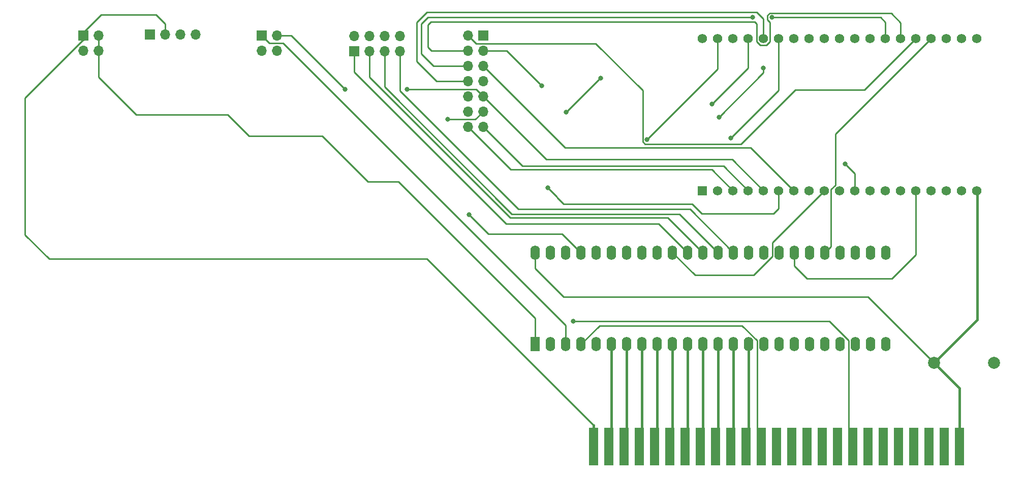
<source format=gbr>
G04 #@! TF.GenerationSoftware,KiCad,Pcbnew,5.1.10-88a1d61d58~88~ubuntu18.04.1*
G04 #@! TF.CreationDate,2021-08-07T15:14:50-07:00*
G04 #@! TF.ProjectId,apple2idiot_new,6170706c-6532-4696-9469-6f745f6e6577,1.1*
G04 #@! TF.SameCoordinates,Original*
G04 #@! TF.FileFunction,Copper,L1,Top*
G04 #@! TF.FilePolarity,Positive*
%FSLAX46Y46*%
G04 Gerber Fmt 4.6, Leading zero omitted, Abs format (unit mm)*
G04 Created by KiCad (PCBNEW 5.1.10-88a1d61d58~88~ubuntu18.04.1) date 2021-08-07 15:14:50*
%MOMM*%
%LPD*%
G01*
G04 APERTURE LIST*
G04 #@! TA.AperFunction,ComponentPad*
%ADD10C,1.560000*%
G04 #@! TD*
G04 #@! TA.AperFunction,ComponentPad*
%ADD11R,1.560000X1.560000*%
G04 #@! TD*
G04 #@! TA.AperFunction,ComponentPad*
%ADD12O,1.600000X2.400000*%
G04 #@! TD*
G04 #@! TA.AperFunction,ComponentPad*
%ADD13R,1.600000X2.400000*%
G04 #@! TD*
G04 #@! TA.AperFunction,ComponentPad*
%ADD14O,1.700000X1.700000*%
G04 #@! TD*
G04 #@! TA.AperFunction,ComponentPad*
%ADD15R,1.700000X1.700000*%
G04 #@! TD*
G04 #@! TA.AperFunction,SMDPad,CuDef*
%ADD16R,1.524000X6.350000*%
G04 #@! TD*
G04 #@! TA.AperFunction,ComponentPad*
%ADD17C,2.000000*%
G04 #@! TD*
G04 #@! TA.AperFunction,ViaPad*
%ADD18C,0.800000*%
G04 #@! TD*
G04 #@! TA.AperFunction,Conductor*
%ADD19C,0.400000*%
G04 #@! TD*
G04 #@! TA.AperFunction,Conductor*
%ADD20C,0.250000*%
G04 #@! TD*
G04 #@! TA.AperFunction,Conductor*
%ADD21C,0.249936*%
G04 #@! TD*
G04 APERTURE END LIST*
D10*
X234160000Y-60400000D03*
X231620000Y-60400000D03*
X229080000Y-60400000D03*
X226540000Y-60400000D03*
X224000000Y-60400000D03*
X221460000Y-60400000D03*
X218920000Y-60400000D03*
X216380000Y-60400000D03*
X213840000Y-60400000D03*
X211300000Y-60400000D03*
X208760000Y-60400000D03*
X206220000Y-60400000D03*
X203680000Y-60400000D03*
X201140000Y-60400000D03*
X198600000Y-60400000D03*
X196060000Y-60400000D03*
X193520000Y-60400000D03*
X190980000Y-60400000D03*
X188440000Y-60400000D03*
X231620000Y-85800000D03*
X229080000Y-85800000D03*
X226540000Y-85800000D03*
X224000000Y-85800000D03*
X221460000Y-85800000D03*
X218920000Y-85800000D03*
X216380000Y-85800000D03*
X213840000Y-85800000D03*
X211300000Y-85800000D03*
X208760000Y-85800000D03*
X206220000Y-85800000D03*
X203680000Y-85800000D03*
X201140000Y-85800000D03*
X198600000Y-85800000D03*
X196060000Y-85800000D03*
X193520000Y-85800000D03*
X234160000Y-85800000D03*
X190980000Y-85800000D03*
D11*
X188440000Y-85800000D03*
D12*
X160600000Y-96160000D03*
X219020000Y-111400000D03*
X163140000Y-96160000D03*
X216480000Y-111400000D03*
X165680000Y-96160000D03*
X213940000Y-111400000D03*
X168220000Y-96160000D03*
X211400000Y-111400000D03*
X170760000Y-96160000D03*
X208860000Y-111400000D03*
X173300000Y-96160000D03*
X206320000Y-111400000D03*
X175840000Y-96160000D03*
X203780000Y-111400000D03*
X178380000Y-96160000D03*
X201240000Y-111400000D03*
X180920000Y-96160000D03*
X198700000Y-111400000D03*
X183460000Y-96160000D03*
X196160000Y-111400000D03*
X186000000Y-96160000D03*
X193620000Y-111400000D03*
X188540000Y-96160000D03*
X191080000Y-111400000D03*
X191080000Y-96160000D03*
X188540000Y-111400000D03*
X193620000Y-96160000D03*
X186000000Y-111400000D03*
X196160000Y-96160000D03*
X183460000Y-111400000D03*
X198700000Y-96160000D03*
X180920000Y-111400000D03*
X201240000Y-96160000D03*
X178380000Y-111400000D03*
X203780000Y-96160000D03*
X175840000Y-111400000D03*
X206320000Y-96160000D03*
X173300000Y-111400000D03*
X208860000Y-96160000D03*
X170760000Y-111400000D03*
X211400000Y-96160000D03*
X168220000Y-111400000D03*
X213940000Y-96160000D03*
X165680000Y-111400000D03*
X216480000Y-96160000D03*
X163140000Y-111400000D03*
X219020000Y-96160000D03*
D13*
X160600000Y-111400000D03*
D14*
X149360000Y-75140000D03*
X151900000Y-75140000D03*
X149360000Y-72600000D03*
X151900000Y-72600000D03*
X149360000Y-70060000D03*
X151900000Y-70060000D03*
X149360000Y-67520000D03*
X151900000Y-67520000D03*
X149360000Y-64980000D03*
X151900000Y-64980000D03*
X149360000Y-62440000D03*
X151900000Y-62440000D03*
X149360000Y-59900000D03*
D15*
X151900000Y-59900000D03*
D14*
X138020000Y-59960000D03*
X138020000Y-62500000D03*
X135480000Y-59960000D03*
X135480000Y-62500000D03*
X132940000Y-59960000D03*
X132940000Y-62500000D03*
X130400000Y-59960000D03*
D15*
X130400000Y-62500000D03*
D14*
X117540000Y-62440000D03*
X115000000Y-62440000D03*
X117540000Y-59900000D03*
D15*
X115000000Y-59900000D03*
D14*
X104020000Y-59700000D03*
X101480000Y-59700000D03*
X98940000Y-59700000D03*
D15*
X96400000Y-59700000D03*
D14*
X87840000Y-62440000D03*
X85300000Y-62440000D03*
X87840000Y-59900000D03*
D15*
X85300000Y-59900000D03*
D16*
X231230000Y-128500000D03*
X228690000Y-128500000D03*
X226150000Y-128500000D03*
X223610000Y-128500000D03*
X221070000Y-128500000D03*
X218530000Y-128500000D03*
X215990000Y-128500000D03*
X213450000Y-128500000D03*
X210910000Y-128500000D03*
X208370000Y-128500000D03*
X205830000Y-128500000D03*
X203290000Y-128500000D03*
X200750000Y-128500000D03*
X198210000Y-128500000D03*
X195670000Y-128500000D03*
X193130000Y-128500000D03*
X190590000Y-128500000D03*
X188050000Y-128500000D03*
X185510000Y-128500000D03*
X182970000Y-128500000D03*
X180430000Y-128500000D03*
X177890000Y-128500000D03*
X175350000Y-128500000D03*
X172810000Y-128500000D03*
X170270000Y-128500000D03*
D17*
X237000000Y-114500000D03*
X227000000Y-114500000D03*
D18*
X149600000Y-89800000D03*
X165700000Y-72700000D03*
X171500000Y-67000000D03*
X193200000Y-77000000D03*
X191200000Y-73500000D03*
X198600000Y-65300000D03*
X179200000Y-77300000D03*
X166900000Y-107600000D03*
X146000000Y-73900000D03*
X162700000Y-85300000D03*
X139215001Y-68884999D03*
X128884999Y-68884999D03*
X212200000Y-81300000D03*
X161700000Y-68300000D03*
X190000000Y-71300000D03*
X196800000Y-56900000D03*
X200000000Y-56900000D03*
D19*
X173300000Y-128010000D02*
X172810000Y-128500000D01*
X173300000Y-111400000D02*
X173300000Y-128010000D01*
X175840000Y-128010000D02*
X175350000Y-128500000D01*
X175840000Y-111400000D02*
X175840000Y-128010000D01*
X178380000Y-128010000D02*
X177890000Y-128500000D01*
X178380000Y-111400000D02*
X178380000Y-128010000D01*
X180920000Y-128010000D02*
X180430000Y-128500000D01*
X180920000Y-111400000D02*
X180920000Y-128010000D01*
X183460000Y-128010000D02*
X182970000Y-128500000D01*
X183460000Y-111400000D02*
X183460000Y-128010000D01*
X186000000Y-128010000D02*
X185510000Y-128500000D01*
X186000000Y-111400000D02*
X186000000Y-128010000D01*
X188540000Y-128010000D02*
X188050000Y-128500000D01*
X188540000Y-111400000D02*
X188540000Y-128010000D01*
X191080000Y-128010000D02*
X190590000Y-128500000D01*
X191080000Y-111400000D02*
X191080000Y-128010000D01*
X193620000Y-128010000D02*
X193130000Y-128500000D01*
X193620000Y-111400000D02*
X193620000Y-128010000D01*
X196160000Y-128010000D02*
X195670000Y-128500000D01*
X196160000Y-111400000D02*
X196160000Y-128010000D01*
D20*
X168220000Y-111400000D02*
X171320000Y-108300000D01*
X197574990Y-127864990D02*
X198210000Y-128500000D01*
X195051004Y-108300000D02*
X197574990Y-110823986D01*
X197574990Y-110823986D02*
X197574990Y-127864990D01*
X171320000Y-108300000D02*
X195051004Y-108300000D01*
D19*
X231230000Y-118730000D02*
X227000000Y-114500000D01*
X231230000Y-128500000D02*
X231230000Y-118730000D01*
X227000000Y-114500000D02*
X234200000Y-107300000D01*
X234200000Y-85840000D02*
X234160000Y-85800000D01*
X234200000Y-107300000D02*
X234200000Y-85840000D01*
D20*
X160600000Y-96160000D02*
X160600000Y-98800000D01*
X160600000Y-98800000D02*
X165300000Y-103500000D01*
X216000000Y-103500000D02*
X227000000Y-114500000D01*
X165300000Y-103500000D02*
X216000000Y-103500000D01*
X149600000Y-89800000D02*
X152800000Y-93000000D01*
X165060000Y-93000000D02*
X168220000Y-96160000D01*
X152800000Y-93000000D02*
X165060000Y-93000000D01*
X165700000Y-72700000D02*
X171400000Y-67000000D01*
X171400000Y-67000000D02*
X171500000Y-67000000D01*
X201140000Y-69060000D02*
X201140000Y-60400000D01*
X193200000Y-77000000D02*
X201140000Y-69060000D01*
X191200000Y-73500000D02*
X198600000Y-66100000D01*
X198600000Y-66100000D02*
X198600000Y-65300000D01*
X190980000Y-60400000D02*
X190980000Y-65520000D01*
X190980000Y-65520000D02*
X179200000Y-77300000D01*
X183460000Y-96160000D02*
X187200000Y-99900000D01*
X200114990Y-94445010D02*
X208760000Y-85800000D01*
X200114990Y-96736014D02*
X200114990Y-94445010D01*
X196951004Y-99900000D02*
X200114990Y-96736014D01*
X187200000Y-99900000D02*
X196951004Y-99900000D01*
X224000000Y-85800000D02*
X224000000Y-96500000D01*
X224000000Y-96500000D02*
X220000000Y-100500000D01*
X220000000Y-100500000D02*
X205900000Y-100500000D01*
X203780000Y-98380000D02*
X203780000Y-96160000D01*
X205900000Y-100500000D02*
X203780000Y-98380000D01*
X226540000Y-60400000D02*
X210600000Y-76340000D01*
X209865001Y-95154999D02*
X208860000Y-96160000D01*
X209865001Y-85599597D02*
X209865001Y-95154999D01*
X210600000Y-84864598D02*
X209865001Y-85599597D01*
X210600000Y-76340000D02*
X210600000Y-84864598D01*
X212814990Y-110823986D02*
X212814990Y-127864990D01*
X209591004Y-107600000D02*
X212814990Y-110823986D01*
X212814990Y-127864990D02*
X213450000Y-128500000D01*
X166900000Y-107600000D02*
X209591004Y-107600000D01*
X170270000Y-124925000D02*
X142545000Y-97200000D01*
D19*
X170270000Y-128500000D02*
X170270000Y-124925000D01*
D20*
X142545000Y-97200000D02*
X79600000Y-97200000D01*
X79600000Y-97200000D02*
X75600000Y-93200000D01*
D19*
X85300000Y-60589998D02*
X85300000Y-59900000D01*
D20*
X75600000Y-70289998D02*
X85300000Y-60589998D01*
X75600000Y-93200000D02*
X75600000Y-70289998D01*
D19*
X85300000Y-59900000D02*
X85300000Y-59400000D01*
D21*
X85300000Y-59400000D02*
X88300000Y-56400000D01*
X88300000Y-56400000D02*
X97400000Y-56400000D01*
X98940000Y-57940000D02*
X98940000Y-59700000D01*
X97400000Y-56400000D02*
X98940000Y-57940000D01*
X87840000Y-59900000D02*
X87840000Y-62440000D01*
X87840000Y-62440000D02*
X87840000Y-66840000D01*
X87840000Y-66840000D02*
X94100000Y-73100000D01*
X94100000Y-73100000D02*
X109300000Y-73100000D01*
X109300000Y-73100000D02*
X112900000Y-76700000D01*
X112900000Y-76700000D02*
X125100000Y-76700000D01*
X125100000Y-76700000D02*
X132700000Y-84300000D01*
X132700000Y-84300000D02*
X137800000Y-84300000D01*
X160600000Y-107100000D02*
X160600000Y-111400000D01*
X137800000Y-84300000D02*
X160600000Y-107100000D01*
X116289999Y-61189999D02*
X118589999Y-61189999D01*
X115000000Y-59900000D02*
X116289999Y-61189999D01*
X165680000Y-108280000D02*
X165680000Y-111400000D01*
X118589999Y-61189999D02*
X165680000Y-108280000D01*
D20*
X150600000Y-73900000D02*
X151900000Y-72600000D01*
X146000000Y-73900000D02*
X150600000Y-73900000D01*
X162700000Y-85300000D02*
X164200000Y-86800000D01*
X164200000Y-86800000D02*
X164200000Y-86900000D01*
X164200000Y-86900000D02*
X165300000Y-88000000D01*
X165300000Y-88000000D02*
X186700000Y-88000000D01*
X186700000Y-88000000D02*
X188300000Y-89600000D01*
X188300000Y-89600000D02*
X200300000Y-89600000D01*
X201140000Y-88760000D02*
X201140000Y-85800000D01*
X200300000Y-89600000D02*
X201140000Y-88760000D01*
X198600000Y-85800000D02*
X193400000Y-80600000D01*
X162440000Y-80600000D02*
X151900000Y-70060000D01*
X193400000Y-80600000D02*
X162440000Y-80600000D01*
X150724999Y-68884999D02*
X139215001Y-68884999D01*
X151900000Y-70060000D02*
X150724999Y-68884999D01*
X119900000Y-59900000D02*
X117540000Y-59900000D01*
X128884999Y-68884999D02*
X119900000Y-59900000D01*
X193620000Y-96160000D02*
X186360000Y-88900000D01*
X186360000Y-88900000D02*
X157800000Y-88900000D01*
X138020000Y-69120000D02*
X138020000Y-62500000D01*
X157800000Y-88900000D02*
X138020000Y-69120000D01*
X203680000Y-85800000D02*
X196480000Y-78600000D01*
X165520000Y-78600000D02*
X151900000Y-64980000D01*
X196480000Y-78600000D02*
X165520000Y-78600000D01*
X191080000Y-96160000D02*
X184620000Y-89700000D01*
X184620000Y-89700000D02*
X156700000Y-89700000D01*
X135480000Y-68480000D02*
X135480000Y-62500000D01*
X156700000Y-89700000D02*
X135480000Y-68480000D01*
X213840000Y-85800000D02*
X213840000Y-82940000D01*
X213840000Y-82940000D02*
X212200000Y-81300000D01*
X155840000Y-62440000D02*
X151900000Y-62440000D01*
X161700000Y-68300000D02*
X155840000Y-62440000D01*
X188540000Y-96160000D02*
X182680000Y-90300000D01*
X182680000Y-90300000D02*
X156400000Y-90300000D01*
X132940000Y-66840000D02*
X132940000Y-62500000D01*
X156400000Y-90300000D02*
X132940000Y-66840000D01*
X130400000Y-66000000D02*
X130400000Y-62500000D01*
X181170000Y-91330000D02*
X155730000Y-91330000D01*
X155730000Y-91330000D02*
X130400000Y-66000000D01*
X186000000Y-96160000D02*
X181170000Y-91330000D01*
X193520000Y-85800000D02*
X190020000Y-82300000D01*
X156520000Y-82300000D02*
X149360000Y-75140000D01*
X190020000Y-82300000D02*
X156520000Y-82300000D01*
X196060000Y-85800000D02*
X191960000Y-81700000D01*
X158460000Y-81700000D02*
X151900000Y-75140000D01*
X191960000Y-81700000D02*
X158460000Y-81700000D01*
X190000000Y-71300000D02*
X196000000Y-65300000D01*
X196000000Y-60460000D02*
X196060000Y-60400000D01*
X196000000Y-65300000D02*
X196000000Y-60460000D01*
X198600000Y-57100000D02*
X198600000Y-60400000D01*
X144120000Y-67520000D02*
X140800000Y-64200000D01*
X142500000Y-56000000D02*
X197500000Y-56000000D01*
X149360000Y-67520000D02*
X144120000Y-67520000D01*
X197500000Y-56000000D02*
X198600000Y-57100000D01*
X140800000Y-64200000D02*
X140800000Y-57700000D01*
X140800000Y-57700000D02*
X142500000Y-56000000D01*
X149360000Y-64980000D02*
X143630010Y-64980000D01*
X141600000Y-62949990D02*
X141600000Y-58000000D01*
X143630010Y-64980000D02*
X141600000Y-62949990D01*
X141600000Y-58000000D02*
X142700000Y-56900000D01*
X142700000Y-56900000D02*
X196800000Y-56900000D01*
X200000000Y-56900000D02*
X218100000Y-56900000D01*
X218920000Y-57720000D02*
X218920000Y-60400000D01*
X218100000Y-56900000D02*
X218920000Y-57720000D01*
X143260000Y-62440000D02*
X149360000Y-62440000D01*
X199274999Y-57248001D02*
X199705001Y-57678003D01*
X199274999Y-56551999D02*
X199274999Y-57248001D01*
X221460000Y-60400000D02*
X221460000Y-57760000D01*
X143174999Y-57625001D02*
X142700000Y-58100000D01*
X221460000Y-57760000D02*
X219874999Y-56174999D01*
X199651999Y-56174999D02*
X199274999Y-56551999D01*
X198069599Y-61505001D02*
X197494999Y-60930401D01*
X199705001Y-60930401D02*
X199130401Y-61505001D01*
X199130401Y-61505001D02*
X198069599Y-61505001D01*
X197494999Y-60930401D02*
X197494999Y-57971999D01*
X197494999Y-57971999D02*
X197148001Y-57625001D01*
X142700000Y-58100000D02*
X142700000Y-61880000D01*
X197148001Y-57625001D02*
X143174999Y-57625001D01*
X219874999Y-56174999D02*
X199651999Y-56174999D01*
X199705001Y-57678003D02*
X199705001Y-60930401D01*
X142700000Y-61880000D02*
X143260000Y-62440000D01*
X150724999Y-61264999D02*
X170664999Y-61264999D01*
X149360000Y-59900000D02*
X150724999Y-61264999D01*
X178851999Y-78025001D02*
X194874999Y-78025001D01*
X178474999Y-77648001D02*
X178851999Y-78025001D01*
X170664999Y-61264999D02*
X178474999Y-69074999D01*
X178474999Y-69074999D02*
X178474999Y-77648001D01*
X194874999Y-78025001D02*
X203900000Y-69000000D01*
X215400000Y-69000000D02*
X224000000Y-60400000D01*
X203900000Y-69000000D02*
X215400000Y-69000000D01*
M02*

</source>
